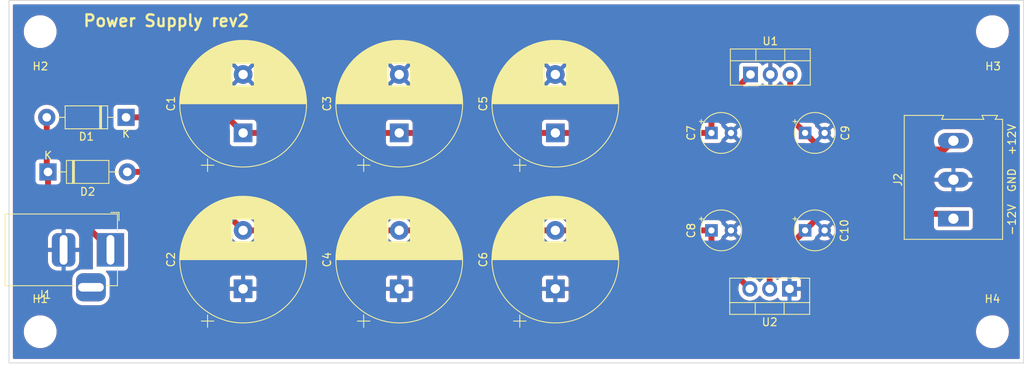
<source format=kicad_pcb>
(kicad_pcb (version 20211014) (generator pcbnew)
  (title_block (title "Eurorack Power Supply") (rev "rev1") (company "Northridge Synth"))
  (layers (0 "F.Cu" signal) (31 "B.Cu" signal) (34 "B.Paste" user) (35 "F.Paste" user) (36 "B.SilkS" user "B.Silkscreen") (37 "F.SilkS" user "F.Silkscreen") (38 "B.Mask" user) (39 "F.Mask" user) (44 "Edge.Cuts" user))
  (net 0 "")
  (net 1 "Net-(C1-Pad1)")
  (net 2 "GND")
  (net 3 "Net-(C2-Pad2)")
  (net 4 "Net-(C9-Pad1)")
  (net 5 "Net-(C10-Pad1)")
  (net 6 "Net-(D1-Pad2)")
  (footprint "Capacitor_THT:CP_Radial_Tantal_D5.0mm_P2.50mm" (layer "F.Cu") (at 187 85)
    (fp_text reference "C9" (at 5.142112 0.011 270) (layer "F.SilkS"))
    (fp_text value "1uF")
    (pad "1" thru_hole rect (at 0 0) (size 1.6 1.6) (drill 0.8) (layers *.Cu *.Mask) (net 4 "Net-(C9-Pad1)"))
    (pad "2" thru_hole circle (at 2.5 0) (size 1.6 1.6) (drill 0.8) (layers *.Cu *.Mask) (net 2 "GND"))
  )
  (footprint "Package_TO_SOT_THT:TO-220-3_Vertical" (layer "F.Cu") (at 180 77.5)
    (fp_text reference "U1" (at 2.54 -4.27) (layer "F.SilkS"))
    (fp_text value "LM7812_TO220")
    (pad "1" thru_hole rect (at 0 0) (size 1.905 2) (drill 1.1) (layers *.Cu *.Mask) (net 1 "Net-(C1-Pad1)"))
    (pad "2" thru_hole oval (at 2.54 0) (size 1.905 2) (drill 1.1) (layers *.Cu *.Mask) (net 2 "GND"))
    (pad "3" thru_hole oval (at 5.08 0) (size 1.905 2) (drill 1.1) (layers *.Cu *.Mask) (net 4 "Net-(C9-Pad1)"))
  )
  (footprint "MountingHole:MountingHole_3.2mm_M3" (layer "F.Cu") (at 211 72)
    (fp_text reference "H3" (at 0.074 4.454) (layer "F.SilkS"))
    (fp_text value "MountingHole")
    (pad "" np_thru_hole circle (at 0 0) (size 3.2 3.2) (drill 3.2) (layers *.Cu *.Mask))
  )
  (footprint "Capacitor_THT:CP_Radial_D16.0mm_P7.50mm" (layer "F.Cu") (at 115 105 90)
    (fp_text reference "C2" (at 3.75 -9.25 90) (layer "F.SilkS"))
    (fp_text value "4700uF")
    (pad "1" thru_hole rect (at 0 0 90) (size 2.4 2.4) (drill 1.2) (layers *.Cu *.Mask) (net 2 "GND"))
    (pad "2" thru_hole circle (at 7.5 0 90) (size 2.4 2.4) (drill 1.2) (layers *.Cu *.Mask) (net 3 "Net-(C2-Pad2)"))
  )
  (footprint "Diode_THT:D_DO-41_SOD81_P10.16mm_Horizontal" (layer "F.Cu") (at 100 83 180)
    (fp_text reference "D1" (at 5.08 -2.47) (layer "F.SilkS"))
    (fp_text value "1N4007")
    (fp_text user "K" (at 0 -2.1) (layer "F.SilkS"))
    (pad "1" thru_hole rect (at 0 0 180) (size 2.2 2.2) (drill 1.1) (layers *.Cu *.Mask) (net 1 "Net-(C1-Pad1)"))
    (pad "2" thru_hole oval (at 10.16 0 180) (size 2.2 2.2) (drill 1.1) (layers *.Cu *.Mask) (net 6 "Net-(D1-Pad2)"))
  )
  (footprint "Capacitor_THT:CP_Radial_D16.0mm_P7.50mm" (layer "F.Cu") (at 135 85 90)
    (fp_text reference "C3" (at 3.75 -9.25 90) (layer "F.SilkS"))
    (fp_text value "4700uF")
    (pad "1" thru_hole rect (at 0 0 90) (size 2.4 2.4) (drill 1.2) (layers *.Cu *.Mask) (net 1 "Net-(C1-Pad1)"))
    (pad "2" thru_hole circle (at 7.5 0 90) (size 2.4 2.4) (drill 1.2) (layers *.Cu *.Mask) (net 2 "GND"))
  )
  (footprint "Capacitor_THT:CP_Radial_Tantal_D5.0mm_P2.50mm" (layer "F.Cu") (at 175 85)
    (fp_text reference "C7" (at -2.604888 0.011 90) (layer "F.SilkS"))
    (fp_text value "1uF")
    (pad "1" thru_hole rect (at 0 0) (size 1.6 1.6) (drill 0.8) (layers *.Cu *.Mask) (net 1 "Net-(C1-Pad1)"))
    (pad "2" thru_hole circle (at 2.5 0) (size 1.6 1.6) (drill 0.8) (layers *.Cu *.Mask) (net 2 "GND"))
  )
  (footprint "Capacitor_THT:CP_Radial_D16.0mm_P7.50mm" (layer "F.Cu") (at 115 85 90)
    (fp_text reference "C1" (at 3.75 -9.25 90) (layer "F.SilkS"))
    (fp_text value "4700uF")
    (pad "1" thru_hole rect (at 0 0 90) (size 2.4 2.4) (drill 1.2) (layers *.Cu *.Mask) (net 1 "Net-(C1-Pad1)"))
    (pad "2" thru_hole circle (at 7.5 0 90) (size 2.4 2.4) (drill 1.2) (layers *.Cu *.Mask) (net 2 "GND"))
  )
  (footprint "MountingHole:MountingHole_3.2mm_M3" (layer "F.Cu") (at 89 110.5)
    (fp_text reference "H1" (at 0 -4.2) (layer "F.SilkS"))
    (fp_text value "MountingHole")
    (pad "" np_thru_hole circle (at 0 0) (size 3.2 3.2) (drill 3.2) (layers *.Cu *.Mask))
  )
  (footprint "Capacitor_THT:CP_Radial_D16.0mm_P7.50mm" (layer "F.Cu") (at 155 105 90)
    (fp_text reference "C6" (at 3.75 -9.25 90) (layer "F.SilkS"))
    (fp_text value "4700uF")
    (pad "1" thru_hole rect (at 0 0 90) (size 2.4 2.4) (drill 1.2) (layers *.Cu *.Mask) (net 2 "GND"))
    (pad "2" thru_hole circle (at 7.5 0 90) (size 2.4 2.4) (drill 1.2) (layers *.Cu *.Mask) (net 3 "Net-(C2-Pad2)"))
  )
  (footprint "Capacitor_THT:CP_Radial_D16.0mm_P7.50mm" (layer "F.Cu") (at 135 105 90)
    (fp_text reference "C4" (at 3.75 -9.25 90) (layer "F.SilkS"))
    (fp_text value "4700uF")
    (pad "1" thru_hole rect (at 0 0 90) (size 2.4 2.4) (drill 1.2) (layers *.Cu *.Mask) (net 2 "GND"))
    (pad "2" thru_hole circle (at 7.5 0 90) (size 2.4 2.4) (drill 1.2) (layers *.Cu *.Mask) (net 3 "Net-(C2-Pad2)"))
  )
  (footprint "TerminalBlock:TerminalBlock_Altech_AK300-3_P5.00mm" (layer "F.Cu") (at 206 96 90)
    (fp_text reference "J2" (at 5 -7.1 90) (layer "F.SilkS"))
    (fp_text value "Output")
    (pad "1" thru_hole rect (at 0 0 90) (size 1.98 3.96) (drill 1.32) (layers *.Cu *.Mask) (net 5 "Net-(C10-Pad1)"))
    (pad "2" thru_hole oval (at 5 0 90) (size 1.98 3.96) (drill 1.32) (layers *.Cu *.Mask) (net 2 "GND"))
    (pad "3" thru_hole oval (at 10 0 90) (size 1.98 3.96) (drill 1.32) (layers *.Cu *.Mask) (net 4 "Net-(C9-Pad1)"))
  )
  (footprint "MountingHole:MountingHole_3.2mm_M3" (layer "F.Cu") (at 211 110.5)
    (fp_text reference "H4" (at 0 -4.2) (layer "F.SilkS"))
    (fp_text value "MountingHole")
    (pad "" np_thru_hole circle (at 0 0) (size 3.2 3.2) (drill 3.2) (layers *.Cu *.Mask))
  )
  (footprint "WEALTH_METAL_Barrel_Jacks:BarrelJack_Horizontal_2.1mm_WEALTH_METAL" (layer "F.Cu") (at 98 100)
    (fp_text reference "J1" (at -8.45 5.75) (layer "F.SilkS"))
    (fp_text value "Barrel_Jack_Switch")
    (pad "1" thru_hole rect (at 0 0) (size 3.5 4.3) (drill oval 1 3.8) (layers *.Cu *.Mask) (net 6 "Net-(D1-Pad2)"))
    (pad "2" thru_hole roundrect (at -6 0) (size 3 4.3) (drill oval 1 3.8) (layers *.Cu *.Mask) (net 2 "GND"))
    (pad "3" thru_hole roundrect (at -2.5 4.8) (size 3.8 3.6) (drill oval 3.3 1.1) (layers *.Cu *.Mask))
  )
  (footprint "Capacitor_THT:CP_Radial_D16.0mm_P7.50mm" (layer "F.Cu") (at 155 85 90)
    (fp_text reference "C5" (at 3.75 -9.25 90) (layer "F.SilkS"))
    (fp_text value "4700uF")
    (pad "1" thru_hole rect (at 0 0 90) (size 2.4 2.4) (drill 1.2) (layers *.Cu *.Mask) (net 1 "Net-(C1-Pad1)"))
    (pad "2" thru_hole circle (at 7.5 0 90) (size 2.4 2.4) (drill 1.2) (layers *.Cu *.Mask) (net 2 "GND"))
  )
  (footprint "Package_TO_SOT_THT:TO-220-3_Vertical" (layer "F.Cu") (at 185 105 180)
    (fp_text reference "U2" (at 2.54 -4.27) (layer "F.SilkS"))
    (fp_text value "LM7912_TO220")
    (pad "1" thru_hole rect (at 0 0 180) (size 1.905 2) (drill 1.1) (layers *.Cu *.Mask) (net 2 "GND"))
    (pad "2" thru_hole oval (at 2.54 0 180) (size 1.905 2) (drill 1.1) (layers *.Cu *.Mask) (net 5 "Net-(C10-Pad1)"))
    (pad "3" thru_hole oval (at 5.08 0 180) (size 1.905 2) (drill 1.1) (layers *.Cu *.Mask) (net 3 "Net-(C2-Pad2)"))
  )
  (footprint "MountingHole:MountingHole_3.2mm_M3" (layer "F.Cu") (at 89 72)
    (fp_text reference "H2" (at 0.027 4.454) (layer "F.SilkS"))
    (fp_text value "MountingHole")
    (pad "" np_thru_hole circle (at 0 0) (size 3.2 3.2) (drill 3.2) (layers *.Cu *.Mask))
  )
  (footprint "Capacitor_THT:CP_Radial_Tantal_D5.0mm_P2.50mm" (layer "F.Cu") (at 175 97.5)
    (fp_text reference "C8" (at -2.604888 0.028 90) (layer "F.SilkS"))
    (fp_text value "1uF")
    (pad "1" thru_hole rect (at 0 0) (size 1.6 1.6) (drill 0.8) (layers *.Cu *.Mask) (net 3 "Net-(C2-Pad2)"))
    (pad "2" thru_hole circle (at 2.5 0) (size 1.6 1.6) (drill 0.8) (layers *.Cu *.Mask) (net 2 "GND"))
  )
  (footprint "Capacitor_THT:CP_Radial_Tantal_D5.0mm_P2.50mm" (layer "F.Cu") (at 187 97.5)
    (fp_text reference "C10" (at 5.024 0.028 90) (layer "F.SilkS"))
    (fp_text value "1uF")
    (pad "1" thru_hole rect (at 0 0) (size 1.6 1.6) (drill 0.8) (layers *.Cu *.Mask) (net 5 "Net-(C10-Pad1)"))
    (pad "2" thru_hole circle (at 2.5 0) (size 1.6 1.6) (drill 0.8) (layers *.Cu *.Mask) (net 2 "GND"))
  )
  (footprint "Diode_THT:D_DO-41_SOD81_P10.16mm_Horizontal" (layer "F.Cu") (at 90 90)
    (fp_text reference "D2" (at 5.08 2.54) (layer "F.SilkS"))
    (fp_text value "1N4007")
    (fp_text user "K" (at 0 -2.1) (layer "F.SilkS"))
    (pad "1" thru_hole rect (at 0 0) (size 2.2 2.2) (drill 1.1) (layers *.Cu *.Mask) (net 6 "Net-(D1-Pad2)"))
    (pad "2" thru_hole oval (at 10.16 0) (size 2.2 2.2) (drill 1.1) (layers *.Cu *.Mask) (net 3 "Net-(C2-Pad2)"))
  )
  (gr_rect (start 85 68) (end 215 114.5) (layer "Edge.Cuts") (width 0.1) (fill none))
  (gr_text "-12V" (at 213.487 96.139 90) (layer "F.SilkS") (effects (font (size 1 1))))
  (gr_text "+12V" (at 213.487 85.852 90) (layer "F.SilkS") (effects (font (size 1 1))))
  (gr_text "Power Supply rev2" (at 105.156 70.612) (layer "F.SilkS") (effects (font (size 1.5 1.5) (thickness 0.3))))
  (gr_text "GND" (at 213.487 91.059 90) (layer "F.SilkS") (effects (font (size 1 1))))
  (segment (start 100 83) (end 113 83) (width 0.76) (layer "F.Cu") (net 1))
  (segment (start 135 85) (end 155 85) (width 0.76) (layer "F.Cu") (net 1))
  (segment (start 155 85) (end 175 85) (width 0.76) (layer "F.Cu") (net 1))
  (segment (start 113 83) (end 115 85) (width 0.76) (layer "F.Cu") (net 1))
  (segment (start 175 85) (end 175 82.5) (width 0.76) (layer "F.Cu") (net 1))
  (segment (start 175 82.5) (end 180 77.5) (width 0.76) (layer "F.Cu") (net 1))
  (segment (start 115 85) (end 135 85) (width 0.76) (layer "F.Cu") (net 1))
  (segment (start 175 97.5) (end 175 100.08) (width 0.76) (layer "F.Cu") (net 3))
  (segment (start 175 97.5) (end 155 97.5) (width 0.76) (layer "F.Cu") (net 3))
  (segment (start 107.5 90) (end 115 97.5) (width 0.76) (layer "F.Cu") (net 3))
  (segment (start 135 97.5) (end 155 97.5) (width 0.76) (layer "F.Cu") (net 3))
  (segment (start 175 100.08) (end 179.92 105) (width 0.76) (layer "F.Cu") (net 3))
  (segment (start 100.16 90) (end 107.5 90) (width 0.76) (layer "F.Cu") (net 3))
  (segment (start 115 97.5) (end 135 97.5) (width 0.76) (layer "F.Cu") (net 3))
  (segment (start 185.08 83.08) (end 187 85) (width 0.76) (layer "F.Cu") (net 4))
  (segment (start 187 85) (end 189.122 87.122) (width 0.76) (layer "F.Cu") (net 4))
  (segment (start 204.878 87.122) (end 206 86) (width 0.76) (layer "F.Cu") (net 4))
  (segment (start 185.08 77.5) (end 185.08 83.08) (width 0.76) (layer "F.Cu") (net 4))
  (segment (start 189.122 87.122) (end 204.878 87.122) (width 0.76) (layer "F.Cu") (net 4))
  (segment (start 187 97.5) (end 182.46 102.04) (width 0.76) (layer "F.Cu") (net 5))
  (segment (start 205.377 95.377) (end 206 96) (width 0.76) (layer "F.Cu") (net 5))
  (segment (start 182.46 102.04) (end 182.46 105) (width 0.76) (layer "F.Cu") (net 5))
  (segment (start 187 97.5) (end 189.123 95.377) (width 0.76) (layer "F.Cu") (net 5))
  (segment (start 189.123 95.377) (end 205.377 95.377) (width 0.76) (layer "F.Cu") (net 5))
  (segment (start 89.84 89.84) (end 90 90) (width 0.76) (layer "F.Cu") (net 6))
  (segment (start 98 100) (end 90 92) (width 0.76) (layer "F.Cu") (net 6))
  (segment (start 89.84 83) (end 89.84 89.84) (width 0.76) (layer "F.Cu") (net 6))
  (segment (start 90 92) (end 90 90) (width 0.76) (layer "F.Cu") (net 6))
  (zone (net 2) (net_name "GND") (layers F&B.Cu) (connect_pads (clearance 0.508)) (min_thickness 0.254) (fill yes (thermal_gap 0.508) (thermal_bridge_width 0.508))
    (polygon (pts (xy 215.011 114.554) (xy 84.963 114.554) (xy 84.963 67.945) (xy 215.011 67.945)))
  )
)
</source>
